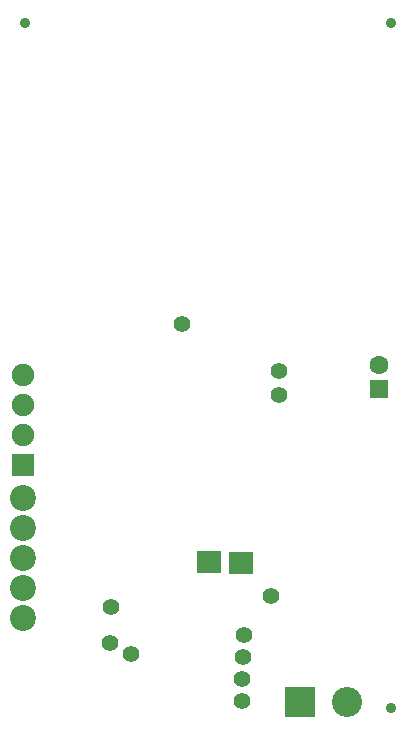
<source format=gbs>
G04*
G04 #@! TF.GenerationSoftware,Altium Limited,Altium Designer,20.2.7 (254)*
G04*
G04 Layer_Color=16711935*
%FSLAX44Y44*%
%MOMM*%
G71*
G04*
G04 #@! TF.SameCoordinates,2281EFF5-857D-4E86-B53A-B943DB852D4A*
G04*
G04*
G04 #@! TF.FilePolarity,Negative*
G04*
G01*
G75*
%ADD23C,1.4000*%
%ADD36C,2.2000*%
%ADD37C,1.9000*%
%ADD38R,1.9000X1.9000*%
%ADD39R,2.5500X2.5500*%
%ADD40C,2.5500*%
%ADD41C,0.9000*%
%ADD42C,1.6000*%
%ADD43R,1.6000X1.6000*%
%ADD74R,0.2500X0.2500*%
%ADD75R,2.0843X1.9316*%
G36*
X2075606Y1294333D02*
X2072606Y1294333D01*
X2072606Y1303458D01*
X2065106Y1303458D01*
X2065106Y1289208D01*
X2062106Y1289208D01*
X2062106Y1306458D01*
X2075606Y1306458D01*
X2075606Y1294333D01*
D02*
G37*
G36*
X2080856Y1289208D02*
X2067356D01*
X2067356Y1301208D01*
X2070356Y1301208D01*
X2070356Y1292208D01*
X2077856Y1292208D01*
X2077856Y1306458D01*
X2080856Y1306458D01*
X2080856Y1289208D01*
D02*
G37*
G36*
X2102606Y1293833D02*
X2099606Y1293833D01*
X2099606Y1302958D01*
X2092106Y1302958D01*
X2092106Y1288708D01*
X2089106Y1288708D01*
X2089106Y1305958D01*
X2102606Y1305958D01*
X2102606Y1293833D01*
D02*
G37*
G36*
X2107856Y1288708D02*
X2094356D01*
X2094356Y1300708D01*
X2097356Y1300708D01*
X2097356Y1291708D01*
X2104856Y1291708D01*
X2104856Y1305958D01*
X2107856Y1305958D01*
X2107856Y1288708D01*
D02*
G37*
D23*
X2048356Y1499458D02*
D03*
X1988956Y1259458D02*
D03*
X2130856Y1459458D02*
D03*
Y1439458D02*
D03*
X2123856Y1269208D02*
D03*
X2100856Y1236208D02*
D03*
X2100106Y1216958D02*
D03*
X2099606Y1198458D02*
D03*
X2099356Y1180208D02*
D03*
X2005856Y1219458D02*
D03*
X1987856Y1229458D02*
D03*
D36*
X1913856Y1250658D02*
D03*
Y1276058D02*
D03*
Y1301458D02*
D03*
Y1326858D02*
D03*
Y1352258D02*
D03*
D37*
Y1456258D02*
D03*
Y1430858D02*
D03*
Y1405458D02*
D03*
D38*
Y1380058D02*
D03*
D39*
X2148598Y1178844D02*
D03*
D40*
X2188198D02*
D03*
D41*
X2225856Y1174458D02*
D03*
X1915856Y1754458D02*
D03*
X2225856D02*
D03*
D42*
X2215856Y1464458D02*
D03*
D43*
Y1444458D02*
D03*
D74*
X2074106Y1290708D02*
D03*
X2101106Y1290208D02*
D03*
D75*
X2071464Y1297800D02*
D03*
X2098464Y1297300D02*
D03*
M02*

</source>
